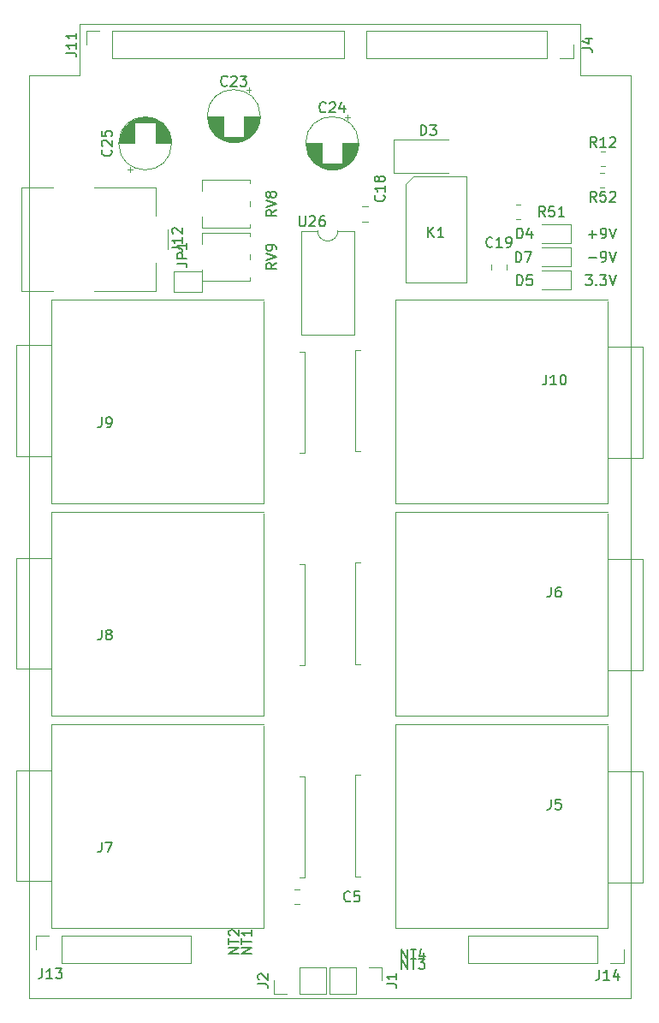
<source format=gbr>
%TF.GenerationSoftware,KiCad,Pcbnew,(5.1.7)-1*%
%TF.CreationDate,2021-10-21T20:17:54-07:00*%
%TF.ProjectId,Digital Board Rev 2,44696769-7461-46c2-9042-6f6172642052,rev?*%
%TF.SameCoordinates,Original*%
%TF.FileFunction,Legend,Top*%
%TF.FilePolarity,Positive*%
%FSLAX46Y46*%
G04 Gerber Fmt 4.6, Leading zero omitted, Abs format (unit mm)*
G04 Created by KiCad (PCBNEW (5.1.7)-1) date 2021-10-21 20:17:54*
%MOMM*%
%LPD*%
G01*
G04 APERTURE LIST*
%TA.AperFunction,Profile*%
%ADD10C,0.050000*%
%TD*%
%ADD11C,0.200000*%
%ADD12C,0.120000*%
%ADD13C,0.150000*%
G04 APERTURE END LIST*
D10*
X177750000Y-40750000D02*
X182750000Y-40750000D01*
X177750000Y-35750000D02*
X177750000Y-40750000D01*
X128250000Y-40750000D02*
X128250000Y-35750000D01*
X123250000Y-40750000D02*
X128250000Y-40750000D01*
D11*
X178609785Y-58840678D02*
X179371690Y-58840678D01*
X179895500Y-59221630D02*
X180085976Y-59221630D01*
X180181214Y-59174011D01*
X180228833Y-59126392D01*
X180324071Y-58983535D01*
X180371690Y-58793059D01*
X180371690Y-58412107D01*
X180324071Y-58316869D01*
X180276452Y-58269250D01*
X180181214Y-58221630D01*
X179990738Y-58221630D01*
X179895500Y-58269250D01*
X179847880Y-58316869D01*
X179800261Y-58412107D01*
X179800261Y-58650202D01*
X179847880Y-58745440D01*
X179895500Y-58793059D01*
X179990738Y-58840678D01*
X180181214Y-58840678D01*
X180276452Y-58793059D01*
X180324071Y-58745440D01*
X180371690Y-58650202D01*
X180657404Y-58221630D02*
X180990738Y-59221630D01*
X181324071Y-58221630D01*
X178609785Y-56522928D02*
X179371690Y-56522928D01*
X178990738Y-56903880D02*
X178990738Y-56141976D01*
X179895500Y-56903880D02*
X180085976Y-56903880D01*
X180181214Y-56856261D01*
X180228833Y-56808642D01*
X180324071Y-56665785D01*
X180371690Y-56475309D01*
X180371690Y-56094357D01*
X180324071Y-55999119D01*
X180276452Y-55951500D01*
X180181214Y-55903880D01*
X179990738Y-55903880D01*
X179895500Y-55951500D01*
X179847880Y-55999119D01*
X179800261Y-56094357D01*
X179800261Y-56332452D01*
X179847880Y-56427690D01*
X179895500Y-56475309D01*
X179990738Y-56522928D01*
X180181214Y-56522928D01*
X180276452Y-56475309D01*
X180324071Y-56427690D01*
X180371690Y-56332452D01*
X180657404Y-55903880D02*
X180990738Y-56903880D01*
X181324071Y-55903880D01*
X178324071Y-60539380D02*
X178943119Y-60539380D01*
X178609785Y-60920333D01*
X178752642Y-60920333D01*
X178847881Y-60967952D01*
X178895500Y-61015571D01*
X178943119Y-61110809D01*
X178943119Y-61348904D01*
X178895500Y-61444142D01*
X178847881Y-61491761D01*
X178752642Y-61539380D01*
X178466928Y-61539380D01*
X178371690Y-61491761D01*
X178324071Y-61444142D01*
X179371690Y-61444142D02*
X179419309Y-61491761D01*
X179371690Y-61539380D01*
X179324071Y-61491761D01*
X179371690Y-61444142D01*
X179371690Y-61539380D01*
X179752642Y-60539380D02*
X180371690Y-60539380D01*
X180038357Y-60920333D01*
X180181214Y-60920333D01*
X180276452Y-60967952D01*
X180324071Y-61015571D01*
X180371690Y-61110809D01*
X180371690Y-61348904D01*
X180324071Y-61444142D01*
X180276452Y-61491761D01*
X180181214Y-61539380D01*
X179895500Y-61539380D01*
X179800262Y-61491761D01*
X179752642Y-61444142D01*
X180657404Y-60539380D02*
X180990738Y-61539380D01*
X181324071Y-60539380D01*
D10*
X182750000Y-40750000D02*
X182750000Y-132080000D01*
X128250000Y-35750000D02*
X177750000Y-35750000D01*
X123250000Y-132080000D02*
X123250000Y-40750000D01*
X182750000Y-132080000D02*
X123250000Y-132080000D01*
D12*
%TO.C,J12*%
X129700000Y-51890000D02*
X135760000Y-51890000D01*
X135760000Y-51890000D02*
X135760000Y-54700000D01*
X135760000Y-59300000D02*
X135760000Y-62110000D01*
X135760000Y-62110000D02*
X129700000Y-62110000D01*
X125600000Y-62110000D02*
X122540000Y-62110000D01*
X122540000Y-62110000D02*
X122540000Y-51890000D01*
X122540000Y-51890000D02*
X125600000Y-51890000D01*
X136950000Y-56000000D02*
X136950000Y-58000000D01*
%TO.C,J4*%
X174480000Y-36420000D02*
X174480000Y-39080000D01*
X174480000Y-36420000D02*
X156640000Y-36420000D01*
X156640000Y-36420000D02*
X156640000Y-39080000D01*
X174480000Y-39080000D02*
X156640000Y-39080000D01*
X177080000Y-39080000D02*
X175750000Y-39080000D01*
X177080000Y-37750000D02*
X177080000Y-39080000D01*
%TO.C,R51*%
X171413436Y-55027500D02*
X171867564Y-55027500D01*
X171413436Y-53557500D02*
X171867564Y-53557500D01*
%TO.C,R12*%
X180249564Y-48287000D02*
X179795436Y-48287000D01*
X180249564Y-49757000D02*
X179795436Y-49757000D01*
%TO.C,D7*%
X176891000Y-57827500D02*
X174006000Y-57827500D01*
X176891000Y-59647500D02*
X176891000Y-57827500D01*
X174006000Y-59647500D02*
X176891000Y-59647500D01*
%TO.C,J7*%
X122000000Y-120500000D02*
X122000000Y-109500000D01*
X122000000Y-120500000D02*
X125500000Y-120500000D01*
X122000000Y-109500000D02*
X125500000Y-109500000D01*
X150500000Y-120100000D02*
X150000000Y-120100000D01*
X150500000Y-110100000D02*
X150500000Y-120100000D01*
X150000000Y-110100000D02*
X150500000Y-110100000D01*
X125500000Y-105000000D02*
X146500000Y-105000000D01*
X146500000Y-105100000D02*
X146500000Y-125100000D01*
X125500000Y-125100000D02*
X146500000Y-125100000D01*
X125500000Y-105000000D02*
X125500000Y-125000000D01*
%TO.C,J11*%
X128920000Y-37750000D02*
X128920000Y-36420000D01*
X128920000Y-36420000D02*
X130250000Y-36420000D01*
X131520000Y-36420000D02*
X154440000Y-36420000D01*
X154440000Y-39080000D02*
X154440000Y-36420000D01*
X131520000Y-39080000D02*
X154440000Y-39080000D01*
X131520000Y-39080000D02*
X131520000Y-36420000D01*
%TO.C,J5*%
X180500000Y-125100000D02*
X180500000Y-105100000D01*
X180500000Y-105000000D02*
X159500000Y-105000000D01*
X159500000Y-125000000D02*
X159500000Y-105000000D01*
X180500000Y-125100000D02*
X159500000Y-125100000D01*
X156000000Y-120000000D02*
X155500000Y-120000000D01*
X155500000Y-120000000D02*
X155500000Y-110000000D01*
X155500000Y-110000000D02*
X156000000Y-110000000D01*
X184000000Y-120600000D02*
X180500000Y-120600000D01*
X184000000Y-109600000D02*
X180500000Y-109600000D01*
X184000000Y-109600000D02*
X184000000Y-120600000D01*
%TO.C,J14*%
X182080000Y-127250000D02*
X182080000Y-128580000D01*
X182080000Y-128580000D02*
X180750000Y-128580000D01*
X179480000Y-128580000D02*
X166720000Y-128580000D01*
X166720000Y-125920000D02*
X166720000Y-128580000D01*
X179480000Y-125920000D02*
X166720000Y-125920000D01*
X179480000Y-125920000D02*
X179480000Y-128580000D01*
%TO.C,J13*%
X123920000Y-127250000D02*
X123920000Y-125920000D01*
X123920000Y-125920000D02*
X125250000Y-125920000D01*
X126520000Y-125920000D02*
X139280000Y-125920000D01*
X139280000Y-128580000D02*
X139280000Y-125920000D01*
X126520000Y-128580000D02*
X139280000Y-128580000D01*
X126520000Y-128580000D02*
X126520000Y-125920000D01*
%TO.C,RV9*%
X145120000Y-60790000D02*
X145120000Y-61120000D01*
X145120000Y-56380000D02*
X145120000Y-56711000D01*
X145120000Y-58491000D02*
X145120000Y-59010000D01*
X140380000Y-56380000D02*
X140380000Y-57510000D01*
X140380000Y-59990000D02*
X140380000Y-61120000D01*
X145120000Y-56380000D02*
X140380000Y-56380000D01*
X145120000Y-61120000D02*
X140380000Y-61120000D01*
%TO.C,RV8*%
X145120000Y-55540000D02*
X145120000Y-55870000D01*
X145120000Y-51130000D02*
X145120000Y-51461000D01*
X145120000Y-53241000D02*
X145120000Y-53760000D01*
X140380000Y-51130000D02*
X140380000Y-52260000D01*
X140380000Y-54740000D02*
X140380000Y-55870000D01*
X145120000Y-51130000D02*
X140380000Y-51130000D01*
X145120000Y-55870000D02*
X140380000Y-55870000D01*
%TO.C,C19*%
X169015000Y-60011252D02*
X169015000Y-59488748D01*
X170485000Y-60011252D02*
X170485000Y-59488748D01*
%TO.C,C18*%
X156238748Y-53765000D02*
X156761252Y-53765000D01*
X156238748Y-55235000D02*
X156761252Y-55235000D01*
%TO.C,U26*%
X155460000Y-56170000D02*
X153810000Y-56170000D01*
X155460000Y-66450000D02*
X155460000Y-56170000D01*
X150160000Y-66450000D02*
X155460000Y-66450000D01*
X150160000Y-56170000D02*
X150160000Y-66450000D01*
X151810000Y-56170000D02*
X150160000Y-56170000D01*
X153810000Y-56170000D02*
G75*
G02*
X151810000Y-56170000I-1000000J0D01*
G01*
%TO.C,R52*%
X179731936Y-51916000D02*
X180186064Y-51916000D01*
X179731936Y-50446000D02*
X180186064Y-50446000D01*
%TO.C,K1*%
X160500000Y-51550000D02*
X161300000Y-50750000D01*
X161300000Y-50750000D02*
X166500000Y-50750000D01*
X166500000Y-50750000D02*
X166500000Y-61250000D01*
X166500000Y-61250000D02*
X160500000Y-61250000D01*
X160500000Y-61250000D02*
X160500000Y-51550000D01*
%TO.C,JP1*%
X137538000Y-60214000D02*
X140338000Y-60214000D01*
X140338000Y-60214000D02*
X140338000Y-62214000D01*
X140338000Y-62214000D02*
X137538000Y-62214000D01*
X137538000Y-62214000D02*
X137538000Y-60214000D01*
%TO.C,J10*%
X180500000Y-83100000D02*
X180500000Y-63100000D01*
X180500000Y-63000000D02*
X159500000Y-63000000D01*
X159500000Y-83000000D02*
X159500000Y-63000000D01*
X180500000Y-83100000D02*
X159500000Y-83100000D01*
X156000000Y-78000000D02*
X155500000Y-78000000D01*
X155500000Y-78000000D02*
X155500000Y-68000000D01*
X155500000Y-68000000D02*
X156000000Y-68000000D01*
X184000000Y-78600000D02*
X180500000Y-78600000D01*
X184000000Y-67600000D02*
X180500000Y-67600000D01*
X184000000Y-67600000D02*
X184000000Y-78600000D01*
%TO.C,J9*%
X122000000Y-78500000D02*
X122000000Y-67500000D01*
X122000000Y-78500000D02*
X125500000Y-78500000D01*
X122000000Y-67500000D02*
X125500000Y-67500000D01*
X150500000Y-78100000D02*
X150000000Y-78100000D01*
X150500000Y-68100000D02*
X150500000Y-78100000D01*
X150000000Y-68100000D02*
X150500000Y-68100000D01*
X125500000Y-63000000D02*
X146500000Y-63000000D01*
X146500000Y-63100000D02*
X146500000Y-83100000D01*
X125500000Y-83100000D02*
X146500000Y-83100000D01*
X125500000Y-63000000D02*
X125500000Y-83000000D01*
%TO.C,J8*%
X125500000Y-84000000D02*
X125500000Y-104000000D01*
X125500000Y-104100000D02*
X146500000Y-104100000D01*
X146500000Y-84100000D02*
X146500000Y-104100000D01*
X125500000Y-84000000D02*
X146500000Y-84000000D01*
X150000000Y-89100000D02*
X150500000Y-89100000D01*
X150500000Y-89100000D02*
X150500000Y-99100000D01*
X150500000Y-99100000D02*
X150000000Y-99100000D01*
X122000000Y-88500000D02*
X125500000Y-88500000D01*
X122000000Y-99500000D02*
X125500000Y-99500000D01*
X122000000Y-99500000D02*
X122000000Y-88500000D01*
%TO.C,J6*%
X180500000Y-104100000D02*
X180500000Y-84100000D01*
X180500000Y-84000000D02*
X159500000Y-84000000D01*
X159500000Y-104000000D02*
X159500000Y-84000000D01*
X180500000Y-104100000D02*
X159500000Y-104100000D01*
X156000000Y-99000000D02*
X155500000Y-99000000D01*
X155500000Y-99000000D02*
X155500000Y-89000000D01*
X155500000Y-89000000D02*
X156000000Y-89000000D01*
X184000000Y-99600000D02*
X180500000Y-99600000D01*
X184000000Y-88600000D02*
X180500000Y-88600000D01*
X184000000Y-88600000D02*
X184000000Y-99600000D01*
%TO.C,J2*%
X147450500Y-131632000D02*
X147450500Y-130302000D01*
X148780500Y-131632000D02*
X147450500Y-131632000D01*
X150050500Y-131632000D02*
X150050500Y-128972000D01*
X150050500Y-128972000D02*
X152650500Y-128972000D01*
X150050500Y-131632000D02*
X152650500Y-131632000D01*
X152650500Y-131632000D02*
X152650500Y-128972000D01*
%TO.C,J1*%
X158175000Y-128972000D02*
X158175000Y-130302000D01*
X156845000Y-128972000D02*
X158175000Y-128972000D01*
X155575000Y-128972000D02*
X155575000Y-131632000D01*
X155575000Y-131632000D02*
X152975000Y-131632000D01*
X155575000Y-128972000D02*
X152975000Y-128972000D01*
X152975000Y-128972000D02*
X152975000Y-131632000D01*
%TO.C,D5*%
X176891000Y-60113500D02*
X174006000Y-60113500D01*
X176891000Y-61933500D02*
X176891000Y-60113500D01*
X174006000Y-61933500D02*
X176891000Y-61933500D01*
%TO.C,D4*%
X176891000Y-55541500D02*
X174006000Y-55541500D01*
X176891000Y-57361500D02*
X176891000Y-55541500D01*
X174006000Y-57361500D02*
X176891000Y-57361500D01*
%TO.C,D3*%
X159350000Y-47100000D02*
X164750000Y-47100000D01*
X159350000Y-50400000D02*
X164750000Y-50400000D01*
X159350000Y-47100000D02*
X159350000Y-50400000D01*
%TO.C,C25*%
X133022000Y-50068775D02*
X133522000Y-50068775D01*
X133272000Y-50318775D02*
X133272000Y-49818775D01*
X134463000Y-44913000D02*
X135031000Y-44913000D01*
X134229000Y-44953000D02*
X135265000Y-44953000D01*
X134070000Y-44993000D02*
X135424000Y-44993000D01*
X133942000Y-45033000D02*
X135552000Y-45033000D01*
X133832000Y-45073000D02*
X135662000Y-45073000D01*
X133736000Y-45113000D02*
X135758000Y-45113000D01*
X133649000Y-45153000D02*
X135845000Y-45153000D01*
X133569000Y-45193000D02*
X135925000Y-45193000D01*
X133496000Y-45233000D02*
X135998000Y-45233000D01*
X133428000Y-45273000D02*
X136066000Y-45273000D01*
X133364000Y-45313000D02*
X136130000Y-45313000D01*
X133304000Y-45353000D02*
X136190000Y-45353000D01*
X133247000Y-45393000D02*
X136247000Y-45393000D01*
X133193000Y-45433000D02*
X136301000Y-45433000D01*
X133142000Y-45473000D02*
X136352000Y-45473000D01*
X135787000Y-45513000D02*
X136400000Y-45513000D01*
X133094000Y-45513000D02*
X133707000Y-45513000D01*
X135787000Y-45553000D02*
X136446000Y-45553000D01*
X133048000Y-45553000D02*
X133707000Y-45553000D01*
X135787000Y-45593000D02*
X136490000Y-45593000D01*
X133004000Y-45593000D02*
X133707000Y-45593000D01*
X135787000Y-45633000D02*
X136532000Y-45633000D01*
X132962000Y-45633000D02*
X133707000Y-45633000D01*
X135787000Y-45673000D02*
X136573000Y-45673000D01*
X132921000Y-45673000D02*
X133707000Y-45673000D01*
X135787000Y-45713000D02*
X136611000Y-45713000D01*
X132883000Y-45713000D02*
X133707000Y-45713000D01*
X135787000Y-45753000D02*
X136648000Y-45753000D01*
X132846000Y-45753000D02*
X133707000Y-45753000D01*
X135787000Y-45793000D02*
X136684000Y-45793000D01*
X132810000Y-45793000D02*
X133707000Y-45793000D01*
X135787000Y-45833000D02*
X136718000Y-45833000D01*
X132776000Y-45833000D02*
X133707000Y-45833000D01*
X135787000Y-45873000D02*
X136751000Y-45873000D01*
X132743000Y-45873000D02*
X133707000Y-45873000D01*
X135787000Y-45913000D02*
X136782000Y-45913000D01*
X132712000Y-45913000D02*
X133707000Y-45913000D01*
X135787000Y-45953000D02*
X136812000Y-45953000D01*
X132682000Y-45953000D02*
X133707000Y-45953000D01*
X135787000Y-45993000D02*
X136842000Y-45993000D01*
X132652000Y-45993000D02*
X133707000Y-45993000D01*
X135787000Y-46033000D02*
X136869000Y-46033000D01*
X132625000Y-46033000D02*
X133707000Y-46033000D01*
X135787000Y-46073000D02*
X136896000Y-46073000D01*
X132598000Y-46073000D02*
X133707000Y-46073000D01*
X135787000Y-46113000D02*
X136922000Y-46113000D01*
X132572000Y-46113000D02*
X133707000Y-46113000D01*
X135787000Y-46153000D02*
X136947000Y-46153000D01*
X132547000Y-46153000D02*
X133707000Y-46153000D01*
X135787000Y-46193000D02*
X136971000Y-46193000D01*
X132523000Y-46193000D02*
X133707000Y-46193000D01*
X135787000Y-46233000D02*
X136994000Y-46233000D01*
X132500000Y-46233000D02*
X133707000Y-46233000D01*
X135787000Y-46273000D02*
X137015000Y-46273000D01*
X132479000Y-46273000D02*
X133707000Y-46273000D01*
X135787000Y-46313000D02*
X137037000Y-46313000D01*
X132457000Y-46313000D02*
X133707000Y-46313000D01*
X135787000Y-46353000D02*
X137057000Y-46353000D01*
X132437000Y-46353000D02*
X133707000Y-46353000D01*
X135787000Y-46393000D02*
X137076000Y-46393000D01*
X132418000Y-46393000D02*
X133707000Y-46393000D01*
X135787000Y-46433000D02*
X137095000Y-46433000D01*
X132399000Y-46433000D02*
X133707000Y-46433000D01*
X135787000Y-46473000D02*
X137112000Y-46473000D01*
X132382000Y-46473000D02*
X133707000Y-46473000D01*
X135787000Y-46513000D02*
X137129000Y-46513000D01*
X132365000Y-46513000D02*
X133707000Y-46513000D01*
X135787000Y-46553000D02*
X137145000Y-46553000D01*
X132349000Y-46553000D02*
X133707000Y-46553000D01*
X135787000Y-46593000D02*
X137161000Y-46593000D01*
X132333000Y-46593000D02*
X133707000Y-46593000D01*
X135787000Y-46633000D02*
X137175000Y-46633000D01*
X132319000Y-46633000D02*
X133707000Y-46633000D01*
X135787000Y-46673000D02*
X137189000Y-46673000D01*
X132305000Y-46673000D02*
X133707000Y-46673000D01*
X135787000Y-46713000D02*
X137202000Y-46713000D01*
X132292000Y-46713000D02*
X133707000Y-46713000D01*
X135787000Y-46753000D02*
X137215000Y-46753000D01*
X132279000Y-46753000D02*
X133707000Y-46753000D01*
X135787000Y-46793000D02*
X137227000Y-46793000D01*
X132267000Y-46793000D02*
X133707000Y-46793000D01*
X135787000Y-46834000D02*
X137238000Y-46834000D01*
X132256000Y-46834000D02*
X133707000Y-46834000D01*
X135787000Y-46874000D02*
X137248000Y-46874000D01*
X132246000Y-46874000D02*
X133707000Y-46874000D01*
X135787000Y-46914000D02*
X137258000Y-46914000D01*
X132236000Y-46914000D02*
X133707000Y-46914000D01*
X135787000Y-46954000D02*
X137267000Y-46954000D01*
X132227000Y-46954000D02*
X133707000Y-46954000D01*
X135787000Y-46994000D02*
X137275000Y-46994000D01*
X132219000Y-46994000D02*
X133707000Y-46994000D01*
X135787000Y-47034000D02*
X137283000Y-47034000D01*
X132211000Y-47034000D02*
X133707000Y-47034000D01*
X135787000Y-47074000D02*
X137290000Y-47074000D01*
X132204000Y-47074000D02*
X133707000Y-47074000D01*
X135787000Y-47114000D02*
X137297000Y-47114000D01*
X132197000Y-47114000D02*
X133707000Y-47114000D01*
X135787000Y-47154000D02*
X137303000Y-47154000D01*
X132191000Y-47154000D02*
X133707000Y-47154000D01*
X135787000Y-47194000D02*
X137308000Y-47194000D01*
X132186000Y-47194000D02*
X133707000Y-47194000D01*
X135787000Y-47234000D02*
X137312000Y-47234000D01*
X132182000Y-47234000D02*
X133707000Y-47234000D01*
X135787000Y-47274000D02*
X137316000Y-47274000D01*
X132178000Y-47274000D02*
X133707000Y-47274000D01*
X135787000Y-47314000D02*
X137320000Y-47314000D01*
X132174000Y-47314000D02*
X133707000Y-47314000D01*
X135787000Y-47354000D02*
X137323000Y-47354000D01*
X132171000Y-47354000D02*
X133707000Y-47354000D01*
X135787000Y-47394000D02*
X137325000Y-47394000D01*
X132169000Y-47394000D02*
X133707000Y-47394000D01*
X135787000Y-47434000D02*
X137326000Y-47434000D01*
X132168000Y-47434000D02*
X133707000Y-47434000D01*
X132167000Y-47474000D02*
X133707000Y-47474000D01*
X135787000Y-47474000D02*
X137327000Y-47474000D01*
X132167000Y-47514000D02*
X133707000Y-47514000D01*
X135787000Y-47514000D02*
X137327000Y-47514000D01*
X137367000Y-47514000D02*
G75*
G03*
X137367000Y-47514000I-2620000J0D01*
G01*
%TO.C,C24*%
X154975000Y-44945225D02*
X154475000Y-44945225D01*
X154725000Y-44695225D02*
X154725000Y-45195225D01*
X153534000Y-50101000D02*
X152966000Y-50101000D01*
X153768000Y-50061000D02*
X152732000Y-50061000D01*
X153927000Y-50021000D02*
X152573000Y-50021000D01*
X154055000Y-49981000D02*
X152445000Y-49981000D01*
X154165000Y-49941000D02*
X152335000Y-49941000D01*
X154261000Y-49901000D02*
X152239000Y-49901000D01*
X154348000Y-49861000D02*
X152152000Y-49861000D01*
X154428000Y-49821000D02*
X152072000Y-49821000D01*
X154501000Y-49781000D02*
X151999000Y-49781000D01*
X154569000Y-49741000D02*
X151931000Y-49741000D01*
X154633000Y-49701000D02*
X151867000Y-49701000D01*
X154693000Y-49661000D02*
X151807000Y-49661000D01*
X154750000Y-49621000D02*
X151750000Y-49621000D01*
X154804000Y-49581000D02*
X151696000Y-49581000D01*
X154855000Y-49541000D02*
X151645000Y-49541000D01*
X152210000Y-49501000D02*
X151597000Y-49501000D01*
X154903000Y-49501000D02*
X154290000Y-49501000D01*
X152210000Y-49461000D02*
X151551000Y-49461000D01*
X154949000Y-49461000D02*
X154290000Y-49461000D01*
X152210000Y-49421000D02*
X151507000Y-49421000D01*
X154993000Y-49421000D02*
X154290000Y-49421000D01*
X152210000Y-49381000D02*
X151465000Y-49381000D01*
X155035000Y-49381000D02*
X154290000Y-49381000D01*
X152210000Y-49341000D02*
X151424000Y-49341000D01*
X155076000Y-49341000D02*
X154290000Y-49341000D01*
X152210000Y-49301000D02*
X151386000Y-49301000D01*
X155114000Y-49301000D02*
X154290000Y-49301000D01*
X152210000Y-49261000D02*
X151349000Y-49261000D01*
X155151000Y-49261000D02*
X154290000Y-49261000D01*
X152210000Y-49221000D02*
X151313000Y-49221000D01*
X155187000Y-49221000D02*
X154290000Y-49221000D01*
X152210000Y-49181000D02*
X151279000Y-49181000D01*
X155221000Y-49181000D02*
X154290000Y-49181000D01*
X152210000Y-49141000D02*
X151246000Y-49141000D01*
X155254000Y-49141000D02*
X154290000Y-49141000D01*
X152210000Y-49101000D02*
X151215000Y-49101000D01*
X155285000Y-49101000D02*
X154290000Y-49101000D01*
X152210000Y-49061000D02*
X151185000Y-49061000D01*
X155315000Y-49061000D02*
X154290000Y-49061000D01*
X152210000Y-49021000D02*
X151155000Y-49021000D01*
X155345000Y-49021000D02*
X154290000Y-49021000D01*
X152210000Y-48981000D02*
X151128000Y-48981000D01*
X155372000Y-48981000D02*
X154290000Y-48981000D01*
X152210000Y-48941000D02*
X151101000Y-48941000D01*
X155399000Y-48941000D02*
X154290000Y-48941000D01*
X152210000Y-48901000D02*
X151075000Y-48901000D01*
X155425000Y-48901000D02*
X154290000Y-48901000D01*
X152210000Y-48861000D02*
X151050000Y-48861000D01*
X155450000Y-48861000D02*
X154290000Y-48861000D01*
X152210000Y-48821000D02*
X151026000Y-48821000D01*
X155474000Y-48821000D02*
X154290000Y-48821000D01*
X152210000Y-48781000D02*
X151003000Y-48781000D01*
X155497000Y-48781000D02*
X154290000Y-48781000D01*
X152210000Y-48741000D02*
X150982000Y-48741000D01*
X155518000Y-48741000D02*
X154290000Y-48741000D01*
X152210000Y-48701000D02*
X150960000Y-48701000D01*
X155540000Y-48701000D02*
X154290000Y-48701000D01*
X152210000Y-48661000D02*
X150940000Y-48661000D01*
X155560000Y-48661000D02*
X154290000Y-48661000D01*
X152210000Y-48621000D02*
X150921000Y-48621000D01*
X155579000Y-48621000D02*
X154290000Y-48621000D01*
X152210000Y-48581000D02*
X150902000Y-48581000D01*
X155598000Y-48581000D02*
X154290000Y-48581000D01*
X152210000Y-48541000D02*
X150885000Y-48541000D01*
X155615000Y-48541000D02*
X154290000Y-48541000D01*
X152210000Y-48501000D02*
X150868000Y-48501000D01*
X155632000Y-48501000D02*
X154290000Y-48501000D01*
X152210000Y-48461000D02*
X150852000Y-48461000D01*
X155648000Y-48461000D02*
X154290000Y-48461000D01*
X152210000Y-48421000D02*
X150836000Y-48421000D01*
X155664000Y-48421000D02*
X154290000Y-48421000D01*
X152210000Y-48381000D02*
X150822000Y-48381000D01*
X155678000Y-48381000D02*
X154290000Y-48381000D01*
X152210000Y-48341000D02*
X150808000Y-48341000D01*
X155692000Y-48341000D02*
X154290000Y-48341000D01*
X152210000Y-48301000D02*
X150795000Y-48301000D01*
X155705000Y-48301000D02*
X154290000Y-48301000D01*
X152210000Y-48261000D02*
X150782000Y-48261000D01*
X155718000Y-48261000D02*
X154290000Y-48261000D01*
X152210000Y-48221000D02*
X150770000Y-48221000D01*
X155730000Y-48221000D02*
X154290000Y-48221000D01*
X152210000Y-48180000D02*
X150759000Y-48180000D01*
X155741000Y-48180000D02*
X154290000Y-48180000D01*
X152210000Y-48140000D02*
X150749000Y-48140000D01*
X155751000Y-48140000D02*
X154290000Y-48140000D01*
X152210000Y-48100000D02*
X150739000Y-48100000D01*
X155761000Y-48100000D02*
X154290000Y-48100000D01*
X152210000Y-48060000D02*
X150730000Y-48060000D01*
X155770000Y-48060000D02*
X154290000Y-48060000D01*
X152210000Y-48020000D02*
X150722000Y-48020000D01*
X155778000Y-48020000D02*
X154290000Y-48020000D01*
X152210000Y-47980000D02*
X150714000Y-47980000D01*
X155786000Y-47980000D02*
X154290000Y-47980000D01*
X152210000Y-47940000D02*
X150707000Y-47940000D01*
X155793000Y-47940000D02*
X154290000Y-47940000D01*
X152210000Y-47900000D02*
X150700000Y-47900000D01*
X155800000Y-47900000D02*
X154290000Y-47900000D01*
X152210000Y-47860000D02*
X150694000Y-47860000D01*
X155806000Y-47860000D02*
X154290000Y-47860000D01*
X152210000Y-47820000D02*
X150689000Y-47820000D01*
X155811000Y-47820000D02*
X154290000Y-47820000D01*
X152210000Y-47780000D02*
X150685000Y-47780000D01*
X155815000Y-47780000D02*
X154290000Y-47780000D01*
X152210000Y-47740000D02*
X150681000Y-47740000D01*
X155819000Y-47740000D02*
X154290000Y-47740000D01*
X152210000Y-47700000D02*
X150677000Y-47700000D01*
X155823000Y-47700000D02*
X154290000Y-47700000D01*
X152210000Y-47660000D02*
X150674000Y-47660000D01*
X155826000Y-47660000D02*
X154290000Y-47660000D01*
X152210000Y-47620000D02*
X150672000Y-47620000D01*
X155828000Y-47620000D02*
X154290000Y-47620000D01*
X152210000Y-47580000D02*
X150671000Y-47580000D01*
X155829000Y-47580000D02*
X154290000Y-47580000D01*
X155830000Y-47540000D02*
X154290000Y-47540000D01*
X152210000Y-47540000D02*
X150670000Y-47540000D01*
X155830000Y-47500000D02*
X154290000Y-47500000D01*
X152210000Y-47500000D02*
X150670000Y-47500000D01*
X155870000Y-47500000D02*
G75*
G03*
X155870000Y-47500000I-2620000J0D01*
G01*
%TO.C,C23*%
X145235000Y-42260225D02*
X144735000Y-42260225D01*
X144985000Y-42010225D02*
X144985000Y-42510225D01*
X143794000Y-47416000D02*
X143226000Y-47416000D01*
X144028000Y-47376000D02*
X142992000Y-47376000D01*
X144187000Y-47336000D02*
X142833000Y-47336000D01*
X144315000Y-47296000D02*
X142705000Y-47296000D01*
X144425000Y-47256000D02*
X142595000Y-47256000D01*
X144521000Y-47216000D02*
X142499000Y-47216000D01*
X144608000Y-47176000D02*
X142412000Y-47176000D01*
X144688000Y-47136000D02*
X142332000Y-47136000D01*
X144761000Y-47096000D02*
X142259000Y-47096000D01*
X144829000Y-47056000D02*
X142191000Y-47056000D01*
X144893000Y-47016000D02*
X142127000Y-47016000D01*
X144953000Y-46976000D02*
X142067000Y-46976000D01*
X145010000Y-46936000D02*
X142010000Y-46936000D01*
X145064000Y-46896000D02*
X141956000Y-46896000D01*
X145115000Y-46856000D02*
X141905000Y-46856000D01*
X142470000Y-46816000D02*
X141857000Y-46816000D01*
X145163000Y-46816000D02*
X144550000Y-46816000D01*
X142470000Y-46776000D02*
X141811000Y-46776000D01*
X145209000Y-46776000D02*
X144550000Y-46776000D01*
X142470000Y-46736000D02*
X141767000Y-46736000D01*
X145253000Y-46736000D02*
X144550000Y-46736000D01*
X142470000Y-46696000D02*
X141725000Y-46696000D01*
X145295000Y-46696000D02*
X144550000Y-46696000D01*
X142470000Y-46656000D02*
X141684000Y-46656000D01*
X145336000Y-46656000D02*
X144550000Y-46656000D01*
X142470000Y-46616000D02*
X141646000Y-46616000D01*
X145374000Y-46616000D02*
X144550000Y-46616000D01*
X142470000Y-46576000D02*
X141609000Y-46576000D01*
X145411000Y-46576000D02*
X144550000Y-46576000D01*
X142470000Y-46536000D02*
X141573000Y-46536000D01*
X145447000Y-46536000D02*
X144550000Y-46536000D01*
X142470000Y-46496000D02*
X141539000Y-46496000D01*
X145481000Y-46496000D02*
X144550000Y-46496000D01*
X142470000Y-46456000D02*
X141506000Y-46456000D01*
X145514000Y-46456000D02*
X144550000Y-46456000D01*
X142470000Y-46416000D02*
X141475000Y-46416000D01*
X145545000Y-46416000D02*
X144550000Y-46416000D01*
X142470000Y-46376000D02*
X141445000Y-46376000D01*
X145575000Y-46376000D02*
X144550000Y-46376000D01*
X142470000Y-46336000D02*
X141415000Y-46336000D01*
X145605000Y-46336000D02*
X144550000Y-46336000D01*
X142470000Y-46296000D02*
X141388000Y-46296000D01*
X145632000Y-46296000D02*
X144550000Y-46296000D01*
X142470000Y-46256000D02*
X141361000Y-46256000D01*
X145659000Y-46256000D02*
X144550000Y-46256000D01*
X142470000Y-46216000D02*
X141335000Y-46216000D01*
X145685000Y-46216000D02*
X144550000Y-46216000D01*
X142470000Y-46176000D02*
X141310000Y-46176000D01*
X145710000Y-46176000D02*
X144550000Y-46176000D01*
X142470000Y-46136000D02*
X141286000Y-46136000D01*
X145734000Y-46136000D02*
X144550000Y-46136000D01*
X142470000Y-46096000D02*
X141263000Y-46096000D01*
X145757000Y-46096000D02*
X144550000Y-46096000D01*
X142470000Y-46056000D02*
X141242000Y-46056000D01*
X145778000Y-46056000D02*
X144550000Y-46056000D01*
X142470000Y-46016000D02*
X141220000Y-46016000D01*
X145800000Y-46016000D02*
X144550000Y-46016000D01*
X142470000Y-45976000D02*
X141200000Y-45976000D01*
X145820000Y-45976000D02*
X144550000Y-45976000D01*
X142470000Y-45936000D02*
X141181000Y-45936000D01*
X145839000Y-45936000D02*
X144550000Y-45936000D01*
X142470000Y-45896000D02*
X141162000Y-45896000D01*
X145858000Y-45896000D02*
X144550000Y-45896000D01*
X142470000Y-45856000D02*
X141145000Y-45856000D01*
X145875000Y-45856000D02*
X144550000Y-45856000D01*
X142470000Y-45816000D02*
X141128000Y-45816000D01*
X145892000Y-45816000D02*
X144550000Y-45816000D01*
X142470000Y-45776000D02*
X141112000Y-45776000D01*
X145908000Y-45776000D02*
X144550000Y-45776000D01*
X142470000Y-45736000D02*
X141096000Y-45736000D01*
X145924000Y-45736000D02*
X144550000Y-45736000D01*
X142470000Y-45696000D02*
X141082000Y-45696000D01*
X145938000Y-45696000D02*
X144550000Y-45696000D01*
X142470000Y-45656000D02*
X141068000Y-45656000D01*
X145952000Y-45656000D02*
X144550000Y-45656000D01*
X142470000Y-45616000D02*
X141055000Y-45616000D01*
X145965000Y-45616000D02*
X144550000Y-45616000D01*
X142470000Y-45576000D02*
X141042000Y-45576000D01*
X145978000Y-45576000D02*
X144550000Y-45576000D01*
X142470000Y-45536000D02*
X141030000Y-45536000D01*
X145990000Y-45536000D02*
X144550000Y-45536000D01*
X142470000Y-45495000D02*
X141019000Y-45495000D01*
X146001000Y-45495000D02*
X144550000Y-45495000D01*
X142470000Y-45455000D02*
X141009000Y-45455000D01*
X146011000Y-45455000D02*
X144550000Y-45455000D01*
X142470000Y-45415000D02*
X140999000Y-45415000D01*
X146021000Y-45415000D02*
X144550000Y-45415000D01*
X142470000Y-45375000D02*
X140990000Y-45375000D01*
X146030000Y-45375000D02*
X144550000Y-45375000D01*
X142470000Y-45335000D02*
X140982000Y-45335000D01*
X146038000Y-45335000D02*
X144550000Y-45335000D01*
X142470000Y-45295000D02*
X140974000Y-45295000D01*
X146046000Y-45295000D02*
X144550000Y-45295000D01*
X142470000Y-45255000D02*
X140967000Y-45255000D01*
X146053000Y-45255000D02*
X144550000Y-45255000D01*
X142470000Y-45215000D02*
X140960000Y-45215000D01*
X146060000Y-45215000D02*
X144550000Y-45215000D01*
X142470000Y-45175000D02*
X140954000Y-45175000D01*
X146066000Y-45175000D02*
X144550000Y-45175000D01*
X142470000Y-45135000D02*
X140949000Y-45135000D01*
X146071000Y-45135000D02*
X144550000Y-45135000D01*
X142470000Y-45095000D02*
X140945000Y-45095000D01*
X146075000Y-45095000D02*
X144550000Y-45095000D01*
X142470000Y-45055000D02*
X140941000Y-45055000D01*
X146079000Y-45055000D02*
X144550000Y-45055000D01*
X142470000Y-45015000D02*
X140937000Y-45015000D01*
X146083000Y-45015000D02*
X144550000Y-45015000D01*
X142470000Y-44975000D02*
X140934000Y-44975000D01*
X146086000Y-44975000D02*
X144550000Y-44975000D01*
X142470000Y-44935000D02*
X140932000Y-44935000D01*
X146088000Y-44935000D02*
X144550000Y-44935000D01*
X142470000Y-44895000D02*
X140931000Y-44895000D01*
X146089000Y-44895000D02*
X144550000Y-44895000D01*
X146090000Y-44855000D02*
X144550000Y-44855000D01*
X142470000Y-44855000D02*
X140930000Y-44855000D01*
X146090000Y-44815000D02*
X144550000Y-44815000D01*
X142470000Y-44815000D02*
X140930000Y-44815000D01*
X146130000Y-44815000D02*
G75*
G03*
X146130000Y-44815000I-2620000J0D01*
G01*
%TO.C,C5*%
X149471748Y-122782000D02*
X149994252Y-122782000D01*
X149471748Y-121312000D02*
X149994252Y-121312000D01*
%TD*%
%TO.C,J12*%
D13*
X137402380Y-57809523D02*
X138116666Y-57809523D01*
X138259523Y-57857142D01*
X138354761Y-57952380D01*
X138402380Y-58095238D01*
X138402380Y-58190476D01*
X138402380Y-56809523D02*
X138402380Y-57380952D01*
X138402380Y-57095238D02*
X137402380Y-57095238D01*
X137545238Y-57190476D01*
X137640476Y-57285714D01*
X137688095Y-57380952D01*
X137497619Y-56428571D02*
X137450000Y-56380952D01*
X137402380Y-56285714D01*
X137402380Y-56047619D01*
X137450000Y-55952380D01*
X137497619Y-55904761D01*
X137592857Y-55857142D01*
X137688095Y-55857142D01*
X137830952Y-55904761D01*
X138402380Y-56476190D01*
X138402380Y-55857142D01*
%TO.C,J4*%
X177972380Y-38083333D02*
X178686666Y-38083333D01*
X178829523Y-38130952D01*
X178924761Y-38226190D01*
X178972380Y-38369047D01*
X178972380Y-38464285D01*
X178305714Y-37178571D02*
X178972380Y-37178571D01*
X177924761Y-37416666D02*
X178639047Y-37654761D01*
X178639047Y-37035714D01*
%TO.C,R51*%
X174299642Y-54744880D02*
X173966309Y-54268690D01*
X173728214Y-54744880D02*
X173728214Y-53744880D01*
X174109166Y-53744880D01*
X174204404Y-53792500D01*
X174252023Y-53840119D01*
X174299642Y-53935357D01*
X174299642Y-54078214D01*
X174252023Y-54173452D01*
X174204404Y-54221071D01*
X174109166Y-54268690D01*
X173728214Y-54268690D01*
X175204404Y-53744880D02*
X174728214Y-53744880D01*
X174680595Y-54221071D01*
X174728214Y-54173452D01*
X174823452Y-54125833D01*
X175061547Y-54125833D01*
X175156785Y-54173452D01*
X175204404Y-54221071D01*
X175252023Y-54316309D01*
X175252023Y-54554404D01*
X175204404Y-54649642D01*
X175156785Y-54697261D01*
X175061547Y-54744880D01*
X174823452Y-54744880D01*
X174728214Y-54697261D01*
X174680595Y-54649642D01*
X176204404Y-54744880D02*
X175632976Y-54744880D01*
X175918690Y-54744880D02*
X175918690Y-53744880D01*
X175823452Y-53887738D01*
X175728214Y-53982976D01*
X175632976Y-54030595D01*
%TO.C,R12*%
X179379642Y-47886880D02*
X179046309Y-47410690D01*
X178808214Y-47886880D02*
X178808214Y-46886880D01*
X179189166Y-46886880D01*
X179284404Y-46934500D01*
X179332023Y-46982119D01*
X179379642Y-47077357D01*
X179379642Y-47220214D01*
X179332023Y-47315452D01*
X179284404Y-47363071D01*
X179189166Y-47410690D01*
X178808214Y-47410690D01*
X180332023Y-47886880D02*
X179760595Y-47886880D01*
X180046309Y-47886880D02*
X180046309Y-46886880D01*
X179951071Y-47029738D01*
X179855833Y-47124976D01*
X179760595Y-47172595D01*
X180712976Y-46982119D02*
X180760595Y-46934500D01*
X180855833Y-46886880D01*
X181093928Y-46886880D01*
X181189166Y-46934500D01*
X181236785Y-46982119D01*
X181284404Y-47077357D01*
X181284404Y-47172595D01*
X181236785Y-47315452D01*
X180665357Y-47886880D01*
X181284404Y-47886880D01*
%TO.C,D7*%
X171410404Y-59253380D02*
X171410404Y-58253380D01*
X171648500Y-58253380D01*
X171791357Y-58301000D01*
X171886595Y-58396238D01*
X171934214Y-58491476D01*
X171981833Y-58681952D01*
X171981833Y-58824809D01*
X171934214Y-59015285D01*
X171886595Y-59110523D01*
X171791357Y-59205761D01*
X171648500Y-59253380D01*
X171410404Y-59253380D01*
X172315166Y-58253380D02*
X172981833Y-58253380D01*
X172553261Y-59253380D01*
%TO.C,J7*%
X130436666Y-116612380D02*
X130436666Y-117326666D01*
X130389047Y-117469523D01*
X130293809Y-117564761D01*
X130150952Y-117612380D01*
X130055714Y-117612380D01*
X130817619Y-116612380D02*
X131484285Y-116612380D01*
X131055714Y-117612380D01*
%TO.C,NT4*%
X160083642Y-128207880D02*
X160083642Y-127207880D01*
X160655071Y-128207880D01*
X160655071Y-127207880D01*
X160988404Y-127207880D02*
X161559833Y-127207880D01*
X161274119Y-128207880D02*
X161274119Y-127207880D01*
X162321738Y-127541214D02*
X162321738Y-128207880D01*
X162083642Y-127160261D02*
X161845547Y-127874547D01*
X162464595Y-127874547D01*
%TO.C,NT3*%
X160083642Y-129160380D02*
X160083642Y-128160380D01*
X160655071Y-129160380D01*
X160655071Y-128160380D01*
X160988404Y-128160380D02*
X161559833Y-128160380D01*
X161274119Y-129160380D02*
X161274119Y-128160380D01*
X161797928Y-128160380D02*
X162416976Y-128160380D01*
X162083642Y-128541333D01*
X162226500Y-128541333D01*
X162321738Y-128588952D01*
X162369357Y-128636571D01*
X162416976Y-128731809D01*
X162416976Y-128969904D01*
X162369357Y-129065142D01*
X162321738Y-129112761D01*
X162226500Y-129160380D01*
X161940785Y-129160380D01*
X161845547Y-129112761D01*
X161797928Y-129065142D01*
%TO.C,NT2*%
X144032380Y-127634857D02*
X143032380Y-127634857D01*
X144032380Y-127063428D01*
X143032380Y-127063428D01*
X143032380Y-126730095D02*
X143032380Y-126158666D01*
X144032380Y-126444380D02*
X143032380Y-126444380D01*
X143127619Y-125872952D02*
X143080000Y-125825333D01*
X143032380Y-125730095D01*
X143032380Y-125492000D01*
X143080000Y-125396761D01*
X143127619Y-125349142D01*
X143222857Y-125301523D01*
X143318095Y-125301523D01*
X143460952Y-125349142D01*
X144032380Y-125920571D01*
X144032380Y-125301523D01*
%TO.C,NT1*%
X145302380Y-127634857D02*
X144302380Y-127634857D01*
X145302380Y-127063428D01*
X144302380Y-127063428D01*
X144302380Y-126730095D02*
X144302380Y-126158666D01*
X145302380Y-126444380D02*
X144302380Y-126444380D01*
X145302380Y-125301523D02*
X145302380Y-125872952D01*
X145302380Y-125587238D02*
X144302380Y-125587238D01*
X144445238Y-125682476D01*
X144540476Y-125777714D01*
X144588095Y-125872952D01*
%TO.C,J11*%
X126932380Y-38559523D02*
X127646666Y-38559523D01*
X127789523Y-38607142D01*
X127884761Y-38702380D01*
X127932380Y-38845238D01*
X127932380Y-38940476D01*
X127932380Y-37559523D02*
X127932380Y-38130952D01*
X127932380Y-37845238D02*
X126932380Y-37845238D01*
X127075238Y-37940476D01*
X127170476Y-38035714D01*
X127218095Y-38130952D01*
X127932380Y-36607142D02*
X127932380Y-37178571D01*
X127932380Y-36892857D02*
X126932380Y-36892857D01*
X127075238Y-36988095D01*
X127170476Y-37083333D01*
X127218095Y-37178571D01*
%TO.C,J5*%
X174896666Y-112392380D02*
X174896666Y-113106666D01*
X174849047Y-113249523D01*
X174753809Y-113344761D01*
X174610952Y-113392380D01*
X174515714Y-113392380D01*
X175849047Y-112392380D02*
X175372857Y-112392380D01*
X175325238Y-112868571D01*
X175372857Y-112820952D01*
X175468095Y-112773333D01*
X175706190Y-112773333D01*
X175801428Y-112820952D01*
X175849047Y-112868571D01*
X175896666Y-112963809D01*
X175896666Y-113201904D01*
X175849047Y-113297142D01*
X175801428Y-113344761D01*
X175706190Y-113392380D01*
X175468095Y-113392380D01*
X175372857Y-113344761D01*
X175325238Y-113297142D01*
%TO.C,J14*%
X179686476Y-129242380D02*
X179686476Y-129956666D01*
X179638857Y-130099523D01*
X179543619Y-130194761D01*
X179400761Y-130242380D01*
X179305523Y-130242380D01*
X180686476Y-130242380D02*
X180115047Y-130242380D01*
X180400761Y-130242380D02*
X180400761Y-129242380D01*
X180305523Y-129385238D01*
X180210285Y-129480476D01*
X180115047Y-129528095D01*
X181543619Y-129575714D02*
X181543619Y-130242380D01*
X181305523Y-129194761D02*
X181067428Y-129909047D01*
X181686476Y-129909047D01*
%TO.C,J13*%
X124567476Y-129115380D02*
X124567476Y-129829666D01*
X124519857Y-129972523D01*
X124424619Y-130067761D01*
X124281761Y-130115380D01*
X124186523Y-130115380D01*
X125567476Y-130115380D02*
X124996047Y-130115380D01*
X125281761Y-130115380D02*
X125281761Y-129115380D01*
X125186523Y-129258238D01*
X125091285Y-129353476D01*
X124996047Y-129401095D01*
X125900809Y-129115380D02*
X126519857Y-129115380D01*
X126186523Y-129496333D01*
X126329380Y-129496333D01*
X126424619Y-129543952D01*
X126472238Y-129591571D01*
X126519857Y-129686809D01*
X126519857Y-129924904D01*
X126472238Y-130020142D01*
X126424619Y-130067761D01*
X126329380Y-130115380D01*
X126043666Y-130115380D01*
X125948428Y-130067761D01*
X125900809Y-130020142D01*
%TO.C,RV9*%
X147702380Y-59345238D02*
X147226190Y-59678571D01*
X147702380Y-59916666D02*
X146702380Y-59916666D01*
X146702380Y-59535714D01*
X146750000Y-59440476D01*
X146797619Y-59392857D01*
X146892857Y-59345238D01*
X147035714Y-59345238D01*
X147130952Y-59392857D01*
X147178571Y-59440476D01*
X147226190Y-59535714D01*
X147226190Y-59916666D01*
X146702380Y-59059523D02*
X147702380Y-58726190D01*
X146702380Y-58392857D01*
X147702380Y-58011904D02*
X147702380Y-57821428D01*
X147654761Y-57726190D01*
X147607142Y-57678571D01*
X147464285Y-57583333D01*
X147273809Y-57535714D01*
X146892857Y-57535714D01*
X146797619Y-57583333D01*
X146750000Y-57630952D01*
X146702380Y-57726190D01*
X146702380Y-57916666D01*
X146750000Y-58011904D01*
X146797619Y-58059523D01*
X146892857Y-58107142D01*
X147130952Y-58107142D01*
X147226190Y-58059523D01*
X147273809Y-58011904D01*
X147321428Y-57916666D01*
X147321428Y-57726190D01*
X147273809Y-57630952D01*
X147226190Y-57583333D01*
X147130952Y-57535714D01*
%TO.C,RV8*%
X147702380Y-54095238D02*
X147226190Y-54428571D01*
X147702380Y-54666666D02*
X146702380Y-54666666D01*
X146702380Y-54285714D01*
X146750000Y-54190476D01*
X146797619Y-54142857D01*
X146892857Y-54095238D01*
X147035714Y-54095238D01*
X147130952Y-54142857D01*
X147178571Y-54190476D01*
X147226190Y-54285714D01*
X147226190Y-54666666D01*
X146702380Y-53809523D02*
X147702380Y-53476190D01*
X146702380Y-53142857D01*
X147130952Y-52666666D02*
X147083333Y-52761904D01*
X147035714Y-52809523D01*
X146940476Y-52857142D01*
X146892857Y-52857142D01*
X146797619Y-52809523D01*
X146750000Y-52761904D01*
X146702380Y-52666666D01*
X146702380Y-52476190D01*
X146750000Y-52380952D01*
X146797619Y-52333333D01*
X146892857Y-52285714D01*
X146940476Y-52285714D01*
X147035714Y-52333333D01*
X147083333Y-52380952D01*
X147130952Y-52476190D01*
X147130952Y-52666666D01*
X147178571Y-52761904D01*
X147226190Y-52809523D01*
X147321428Y-52857142D01*
X147511904Y-52857142D01*
X147607142Y-52809523D01*
X147654761Y-52761904D01*
X147702380Y-52666666D01*
X147702380Y-52476190D01*
X147654761Y-52380952D01*
X147607142Y-52333333D01*
X147511904Y-52285714D01*
X147321428Y-52285714D01*
X147226190Y-52333333D01*
X147178571Y-52380952D01*
X147130952Y-52476190D01*
%TO.C,C19*%
X169092642Y-57697642D02*
X169045023Y-57745261D01*
X168902166Y-57792880D01*
X168806928Y-57792880D01*
X168664071Y-57745261D01*
X168568833Y-57650023D01*
X168521214Y-57554785D01*
X168473595Y-57364309D01*
X168473595Y-57221452D01*
X168521214Y-57030976D01*
X168568833Y-56935738D01*
X168664071Y-56840500D01*
X168806928Y-56792880D01*
X168902166Y-56792880D01*
X169045023Y-56840500D01*
X169092642Y-56888119D01*
X170045023Y-57792880D02*
X169473595Y-57792880D01*
X169759309Y-57792880D02*
X169759309Y-56792880D01*
X169664071Y-56935738D01*
X169568833Y-57030976D01*
X169473595Y-57078595D01*
X170521214Y-57792880D02*
X170711690Y-57792880D01*
X170806928Y-57745261D01*
X170854547Y-57697642D01*
X170949785Y-57554785D01*
X170997404Y-57364309D01*
X170997404Y-56983357D01*
X170949785Y-56888119D01*
X170902166Y-56840500D01*
X170806928Y-56792880D01*
X170616452Y-56792880D01*
X170521214Y-56840500D01*
X170473595Y-56888119D01*
X170425976Y-56983357D01*
X170425976Y-57221452D01*
X170473595Y-57316690D01*
X170521214Y-57364309D01*
X170616452Y-57411928D01*
X170806928Y-57411928D01*
X170902166Y-57364309D01*
X170949785Y-57316690D01*
X170997404Y-57221452D01*
%TO.C,C18*%
X158357142Y-52642857D02*
X158404761Y-52690476D01*
X158452380Y-52833333D01*
X158452380Y-52928571D01*
X158404761Y-53071428D01*
X158309523Y-53166666D01*
X158214285Y-53214285D01*
X158023809Y-53261904D01*
X157880952Y-53261904D01*
X157690476Y-53214285D01*
X157595238Y-53166666D01*
X157500000Y-53071428D01*
X157452380Y-52928571D01*
X157452380Y-52833333D01*
X157500000Y-52690476D01*
X157547619Y-52642857D01*
X158452380Y-51690476D02*
X158452380Y-52261904D01*
X158452380Y-51976190D02*
X157452380Y-51976190D01*
X157595238Y-52071428D01*
X157690476Y-52166666D01*
X157738095Y-52261904D01*
X157880952Y-51119047D02*
X157833333Y-51214285D01*
X157785714Y-51261904D01*
X157690476Y-51309523D01*
X157642857Y-51309523D01*
X157547619Y-51261904D01*
X157500000Y-51214285D01*
X157452380Y-51119047D01*
X157452380Y-50928571D01*
X157500000Y-50833333D01*
X157547619Y-50785714D01*
X157642857Y-50738095D01*
X157690476Y-50738095D01*
X157785714Y-50785714D01*
X157833333Y-50833333D01*
X157880952Y-50928571D01*
X157880952Y-51119047D01*
X157928571Y-51214285D01*
X157976190Y-51261904D01*
X158071428Y-51309523D01*
X158261904Y-51309523D01*
X158357142Y-51261904D01*
X158404761Y-51214285D01*
X158452380Y-51119047D01*
X158452380Y-50928571D01*
X158404761Y-50833333D01*
X158357142Y-50785714D01*
X158261904Y-50738095D01*
X158071428Y-50738095D01*
X157976190Y-50785714D01*
X157928571Y-50833333D01*
X157880952Y-50928571D01*
%TO.C,U26*%
X150011904Y-54702380D02*
X150011904Y-55511904D01*
X150059523Y-55607142D01*
X150107142Y-55654761D01*
X150202380Y-55702380D01*
X150392857Y-55702380D01*
X150488095Y-55654761D01*
X150535714Y-55607142D01*
X150583333Y-55511904D01*
X150583333Y-54702380D01*
X151011904Y-54797619D02*
X151059523Y-54750000D01*
X151154761Y-54702380D01*
X151392857Y-54702380D01*
X151488095Y-54750000D01*
X151535714Y-54797619D01*
X151583333Y-54892857D01*
X151583333Y-54988095D01*
X151535714Y-55130952D01*
X150964285Y-55702380D01*
X151583333Y-55702380D01*
X152440476Y-54702380D02*
X152250000Y-54702380D01*
X152154761Y-54750000D01*
X152107142Y-54797619D01*
X152011904Y-54940476D01*
X151964285Y-55130952D01*
X151964285Y-55511904D01*
X152011904Y-55607142D01*
X152059523Y-55654761D01*
X152154761Y-55702380D01*
X152345238Y-55702380D01*
X152440476Y-55654761D01*
X152488095Y-55607142D01*
X152535714Y-55511904D01*
X152535714Y-55273809D01*
X152488095Y-55178571D01*
X152440476Y-55130952D01*
X152345238Y-55083333D01*
X152154761Y-55083333D01*
X152059523Y-55130952D01*
X152011904Y-55178571D01*
X151964285Y-55273809D01*
%TO.C,R52*%
X179379642Y-53284380D02*
X179046309Y-52808190D01*
X178808214Y-53284380D02*
X178808214Y-52284380D01*
X179189166Y-52284380D01*
X179284404Y-52332000D01*
X179332023Y-52379619D01*
X179379642Y-52474857D01*
X179379642Y-52617714D01*
X179332023Y-52712952D01*
X179284404Y-52760571D01*
X179189166Y-52808190D01*
X178808214Y-52808190D01*
X180284404Y-52284380D02*
X179808214Y-52284380D01*
X179760595Y-52760571D01*
X179808214Y-52712952D01*
X179903452Y-52665333D01*
X180141547Y-52665333D01*
X180236785Y-52712952D01*
X180284404Y-52760571D01*
X180332023Y-52855809D01*
X180332023Y-53093904D01*
X180284404Y-53189142D01*
X180236785Y-53236761D01*
X180141547Y-53284380D01*
X179903452Y-53284380D01*
X179808214Y-53236761D01*
X179760595Y-53189142D01*
X180712976Y-52379619D02*
X180760595Y-52332000D01*
X180855833Y-52284380D01*
X181093928Y-52284380D01*
X181189166Y-52332000D01*
X181236785Y-52379619D01*
X181284404Y-52474857D01*
X181284404Y-52570095D01*
X181236785Y-52712952D01*
X180665357Y-53284380D01*
X181284404Y-53284380D01*
%TO.C,K1*%
X162742904Y-56812380D02*
X162742904Y-55812380D01*
X163314333Y-56812380D02*
X162885761Y-56240952D01*
X163314333Y-55812380D02*
X162742904Y-56383809D01*
X164266714Y-56812380D02*
X163695285Y-56812380D01*
X163981000Y-56812380D02*
X163981000Y-55812380D01*
X163885761Y-55955238D01*
X163790523Y-56050476D01*
X163695285Y-56098095D01*
%TO.C,JP1*%
X137882380Y-59380333D02*
X138596666Y-59380333D01*
X138739523Y-59427952D01*
X138834761Y-59523190D01*
X138882380Y-59666047D01*
X138882380Y-59761285D01*
X138882380Y-58904142D02*
X137882380Y-58904142D01*
X137882380Y-58523190D01*
X137930000Y-58427952D01*
X137977619Y-58380333D01*
X138072857Y-58332714D01*
X138215714Y-58332714D01*
X138310952Y-58380333D01*
X138358571Y-58427952D01*
X138406190Y-58523190D01*
X138406190Y-58904142D01*
X138882380Y-57380333D02*
X138882380Y-57951761D01*
X138882380Y-57666047D02*
X137882380Y-57666047D01*
X138025238Y-57761285D01*
X138120476Y-57856523D01*
X138168095Y-57951761D01*
%TO.C,J10*%
X174420476Y-70392380D02*
X174420476Y-71106666D01*
X174372857Y-71249523D01*
X174277619Y-71344761D01*
X174134761Y-71392380D01*
X174039523Y-71392380D01*
X175420476Y-71392380D02*
X174849047Y-71392380D01*
X175134761Y-71392380D02*
X175134761Y-70392380D01*
X175039523Y-70535238D01*
X174944285Y-70630476D01*
X174849047Y-70678095D01*
X176039523Y-70392380D02*
X176134761Y-70392380D01*
X176230000Y-70440000D01*
X176277619Y-70487619D01*
X176325238Y-70582857D01*
X176372857Y-70773333D01*
X176372857Y-71011428D01*
X176325238Y-71201904D01*
X176277619Y-71297142D01*
X176230000Y-71344761D01*
X176134761Y-71392380D01*
X176039523Y-71392380D01*
X175944285Y-71344761D01*
X175896666Y-71297142D01*
X175849047Y-71201904D01*
X175801428Y-71011428D01*
X175801428Y-70773333D01*
X175849047Y-70582857D01*
X175896666Y-70487619D01*
X175944285Y-70440000D01*
X176039523Y-70392380D01*
%TO.C,J9*%
X130436666Y-74612380D02*
X130436666Y-75326666D01*
X130389047Y-75469523D01*
X130293809Y-75564761D01*
X130150952Y-75612380D01*
X130055714Y-75612380D01*
X130960476Y-75612380D02*
X131150952Y-75612380D01*
X131246190Y-75564761D01*
X131293809Y-75517142D01*
X131389047Y-75374285D01*
X131436666Y-75183809D01*
X131436666Y-74802857D01*
X131389047Y-74707619D01*
X131341428Y-74660000D01*
X131246190Y-74612380D01*
X131055714Y-74612380D01*
X130960476Y-74660000D01*
X130912857Y-74707619D01*
X130865238Y-74802857D01*
X130865238Y-75040952D01*
X130912857Y-75136190D01*
X130960476Y-75183809D01*
X131055714Y-75231428D01*
X131246190Y-75231428D01*
X131341428Y-75183809D01*
X131389047Y-75136190D01*
X131436666Y-75040952D01*
%TO.C,J8*%
X130436666Y-95612380D02*
X130436666Y-96326666D01*
X130389047Y-96469523D01*
X130293809Y-96564761D01*
X130150952Y-96612380D01*
X130055714Y-96612380D01*
X131055714Y-96040952D02*
X130960476Y-95993333D01*
X130912857Y-95945714D01*
X130865238Y-95850476D01*
X130865238Y-95802857D01*
X130912857Y-95707619D01*
X130960476Y-95660000D01*
X131055714Y-95612380D01*
X131246190Y-95612380D01*
X131341428Y-95660000D01*
X131389047Y-95707619D01*
X131436666Y-95802857D01*
X131436666Y-95850476D01*
X131389047Y-95945714D01*
X131341428Y-95993333D01*
X131246190Y-96040952D01*
X131055714Y-96040952D01*
X130960476Y-96088571D01*
X130912857Y-96136190D01*
X130865238Y-96231428D01*
X130865238Y-96421904D01*
X130912857Y-96517142D01*
X130960476Y-96564761D01*
X131055714Y-96612380D01*
X131246190Y-96612380D01*
X131341428Y-96564761D01*
X131389047Y-96517142D01*
X131436666Y-96421904D01*
X131436666Y-96231428D01*
X131389047Y-96136190D01*
X131341428Y-96088571D01*
X131246190Y-96040952D01*
%TO.C,J6*%
X174896666Y-91392380D02*
X174896666Y-92106666D01*
X174849047Y-92249523D01*
X174753809Y-92344761D01*
X174610952Y-92392380D01*
X174515714Y-92392380D01*
X175801428Y-91392380D02*
X175610952Y-91392380D01*
X175515714Y-91440000D01*
X175468095Y-91487619D01*
X175372857Y-91630476D01*
X175325238Y-91820952D01*
X175325238Y-92201904D01*
X175372857Y-92297142D01*
X175420476Y-92344761D01*
X175515714Y-92392380D01*
X175706190Y-92392380D01*
X175801428Y-92344761D01*
X175849047Y-92297142D01*
X175896666Y-92201904D01*
X175896666Y-91963809D01*
X175849047Y-91868571D01*
X175801428Y-91820952D01*
X175706190Y-91773333D01*
X175515714Y-91773333D01*
X175420476Y-91820952D01*
X175372857Y-91868571D01*
X175325238Y-91963809D01*
%TO.C,J2*%
X145902880Y-130635333D02*
X146617166Y-130635333D01*
X146760023Y-130682952D01*
X146855261Y-130778190D01*
X146902880Y-130921047D01*
X146902880Y-131016285D01*
X145998119Y-130206761D02*
X145950500Y-130159142D01*
X145902880Y-130063904D01*
X145902880Y-129825809D01*
X145950500Y-129730571D01*
X145998119Y-129682952D01*
X146093357Y-129635333D01*
X146188595Y-129635333D01*
X146331452Y-129682952D01*
X146902880Y-130254380D01*
X146902880Y-129635333D01*
%TO.C,J1*%
X158627380Y-130635333D02*
X159341666Y-130635333D01*
X159484523Y-130682952D01*
X159579761Y-130778190D01*
X159627380Y-130921047D01*
X159627380Y-131016285D01*
X159627380Y-129635333D02*
X159627380Y-130206761D01*
X159627380Y-129921047D02*
X158627380Y-129921047D01*
X158770238Y-130016285D01*
X158865476Y-130111523D01*
X158913095Y-130206761D01*
%TO.C,D5*%
X171537404Y-61539380D02*
X171537404Y-60539380D01*
X171775500Y-60539380D01*
X171918357Y-60587000D01*
X172013595Y-60682238D01*
X172061214Y-60777476D01*
X172108833Y-60967952D01*
X172108833Y-61110809D01*
X172061214Y-61301285D01*
X172013595Y-61396523D01*
X171918357Y-61491761D01*
X171775500Y-61539380D01*
X171537404Y-61539380D01*
X173013595Y-60539380D02*
X172537404Y-60539380D01*
X172489785Y-61015571D01*
X172537404Y-60967952D01*
X172632642Y-60920333D01*
X172870738Y-60920333D01*
X172965976Y-60967952D01*
X173013595Y-61015571D01*
X173061214Y-61110809D01*
X173061214Y-61348904D01*
X173013595Y-61444142D01*
X172965976Y-61491761D01*
X172870738Y-61539380D01*
X172632642Y-61539380D01*
X172537404Y-61491761D01*
X172489785Y-61444142D01*
%TO.C,D4*%
X171537404Y-56903880D02*
X171537404Y-55903880D01*
X171775500Y-55903880D01*
X171918357Y-55951500D01*
X172013595Y-56046738D01*
X172061214Y-56141976D01*
X172108833Y-56332452D01*
X172108833Y-56475309D01*
X172061214Y-56665785D01*
X172013595Y-56761023D01*
X171918357Y-56856261D01*
X171775500Y-56903880D01*
X171537404Y-56903880D01*
X172965976Y-56237214D02*
X172965976Y-56903880D01*
X172727880Y-55856261D02*
X172489785Y-56570547D01*
X173108833Y-56570547D01*
%TO.C,D3*%
X162011904Y-46702380D02*
X162011904Y-45702380D01*
X162250000Y-45702380D01*
X162392857Y-45750000D01*
X162488095Y-45845238D01*
X162535714Y-45940476D01*
X162583333Y-46130952D01*
X162583333Y-46273809D01*
X162535714Y-46464285D01*
X162488095Y-46559523D01*
X162392857Y-46654761D01*
X162250000Y-46702380D01*
X162011904Y-46702380D01*
X162916666Y-45702380D02*
X163535714Y-45702380D01*
X163202380Y-46083333D01*
X163345238Y-46083333D01*
X163440476Y-46130952D01*
X163488095Y-46178571D01*
X163535714Y-46273809D01*
X163535714Y-46511904D01*
X163488095Y-46607142D01*
X163440476Y-46654761D01*
X163345238Y-46702380D01*
X163059523Y-46702380D01*
X162964285Y-46654761D01*
X162916666Y-46607142D01*
%TO.C,C25*%
X131354142Y-48156857D02*
X131401761Y-48204476D01*
X131449380Y-48347333D01*
X131449380Y-48442571D01*
X131401761Y-48585428D01*
X131306523Y-48680666D01*
X131211285Y-48728285D01*
X131020809Y-48775904D01*
X130877952Y-48775904D01*
X130687476Y-48728285D01*
X130592238Y-48680666D01*
X130497000Y-48585428D01*
X130449380Y-48442571D01*
X130449380Y-48347333D01*
X130497000Y-48204476D01*
X130544619Y-48156857D01*
X130544619Y-47775904D02*
X130497000Y-47728285D01*
X130449380Y-47633047D01*
X130449380Y-47394952D01*
X130497000Y-47299714D01*
X130544619Y-47252095D01*
X130639857Y-47204476D01*
X130735095Y-47204476D01*
X130877952Y-47252095D01*
X131449380Y-47823523D01*
X131449380Y-47204476D01*
X130449380Y-46299714D02*
X130449380Y-46775904D01*
X130925571Y-46823523D01*
X130877952Y-46775904D01*
X130830333Y-46680666D01*
X130830333Y-46442571D01*
X130877952Y-46347333D01*
X130925571Y-46299714D01*
X131020809Y-46252095D01*
X131258904Y-46252095D01*
X131354142Y-46299714D01*
X131401761Y-46347333D01*
X131449380Y-46442571D01*
X131449380Y-46680666D01*
X131401761Y-46775904D01*
X131354142Y-46823523D01*
%TO.C,C24*%
X152607142Y-44357142D02*
X152559523Y-44404761D01*
X152416666Y-44452380D01*
X152321428Y-44452380D01*
X152178571Y-44404761D01*
X152083333Y-44309523D01*
X152035714Y-44214285D01*
X151988095Y-44023809D01*
X151988095Y-43880952D01*
X152035714Y-43690476D01*
X152083333Y-43595238D01*
X152178571Y-43500000D01*
X152321428Y-43452380D01*
X152416666Y-43452380D01*
X152559523Y-43500000D01*
X152607142Y-43547619D01*
X152988095Y-43547619D02*
X153035714Y-43500000D01*
X153130952Y-43452380D01*
X153369047Y-43452380D01*
X153464285Y-43500000D01*
X153511904Y-43547619D01*
X153559523Y-43642857D01*
X153559523Y-43738095D01*
X153511904Y-43880952D01*
X152940476Y-44452380D01*
X153559523Y-44452380D01*
X154416666Y-43785714D02*
X154416666Y-44452380D01*
X154178571Y-43404761D02*
X153940476Y-44119047D01*
X154559523Y-44119047D01*
%TO.C,C23*%
X142867142Y-41759142D02*
X142819523Y-41806761D01*
X142676666Y-41854380D01*
X142581428Y-41854380D01*
X142438571Y-41806761D01*
X142343333Y-41711523D01*
X142295714Y-41616285D01*
X142248095Y-41425809D01*
X142248095Y-41282952D01*
X142295714Y-41092476D01*
X142343333Y-40997238D01*
X142438571Y-40902000D01*
X142581428Y-40854380D01*
X142676666Y-40854380D01*
X142819523Y-40902000D01*
X142867142Y-40949619D01*
X143248095Y-40949619D02*
X143295714Y-40902000D01*
X143390952Y-40854380D01*
X143629047Y-40854380D01*
X143724285Y-40902000D01*
X143771904Y-40949619D01*
X143819523Y-41044857D01*
X143819523Y-41140095D01*
X143771904Y-41282952D01*
X143200476Y-41854380D01*
X143819523Y-41854380D01*
X144152857Y-40854380D02*
X144771904Y-40854380D01*
X144438571Y-41235333D01*
X144581428Y-41235333D01*
X144676666Y-41282952D01*
X144724285Y-41330571D01*
X144771904Y-41425809D01*
X144771904Y-41663904D01*
X144724285Y-41759142D01*
X144676666Y-41806761D01*
X144581428Y-41854380D01*
X144295714Y-41854380D01*
X144200476Y-41806761D01*
X144152857Y-41759142D01*
%TO.C,C5*%
X155027333Y-122404142D02*
X154979714Y-122451761D01*
X154836857Y-122499380D01*
X154741619Y-122499380D01*
X154598761Y-122451761D01*
X154503523Y-122356523D01*
X154455904Y-122261285D01*
X154408285Y-122070809D01*
X154408285Y-121927952D01*
X154455904Y-121737476D01*
X154503523Y-121642238D01*
X154598761Y-121547000D01*
X154741619Y-121499380D01*
X154836857Y-121499380D01*
X154979714Y-121547000D01*
X155027333Y-121594619D01*
X155932095Y-121499380D02*
X155455904Y-121499380D01*
X155408285Y-121975571D01*
X155455904Y-121927952D01*
X155551142Y-121880333D01*
X155789238Y-121880333D01*
X155884476Y-121927952D01*
X155932095Y-121975571D01*
X155979714Y-122070809D01*
X155979714Y-122308904D01*
X155932095Y-122404142D01*
X155884476Y-122451761D01*
X155789238Y-122499380D01*
X155551142Y-122499380D01*
X155455904Y-122451761D01*
X155408285Y-122404142D01*
%TD*%
M02*

</source>
